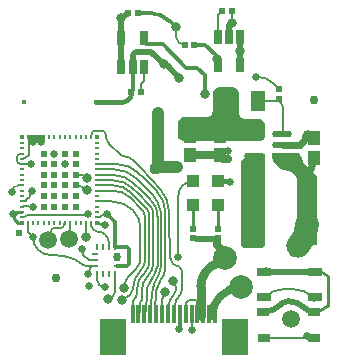
<source format=gtl>
G04*
G04 #@! TF.GenerationSoftware,Altium Limited,Altium Designer,23.1.1 (15)*
G04*
G04 Layer_Physical_Order=1*
G04 Layer_Color=255*
%FSLAX44Y44*%
%MOMM*%
G71*
G04*
G04 #@! TF.SameCoordinates,B54EA911-69F6-478F-8CB3-DEBD2400B795*
G04*
G04*
G04 #@! TF.FilePolarity,Positive*
G04*
G01*
G75*
%ADD10C,0.2000*%
%ADD11C,0.2500*%
%ADD13C,0.2540*%
%ADD14R,2.2400X3.1200*%
%ADD15R,0.3000X1.6000*%
%ADD16R,1.0121X1.1581*%
%ADD17R,0.6000X0.6000*%
%ADD18R,0.2500X0.3500*%
%ADD19R,0.7000X1.3000*%
%ADD20R,1.2000X0.6500*%
%ADD21R,1.0000X0.6500*%
%ADD22R,0.4300X0.4300*%
%ADD23R,0.3500X0.3500*%
%ADD24R,0.3500X0.2500*%
%ADD25R,0.3000X0.3000*%
%ADD26R,1.2500X1.8000*%
%ADD27R,1.7018X5.6896*%
G04:AMPARAMS|DCode=28|XSize=1.6571mm|YSize=0.5658mm|CornerRadius=0.2829mm|HoleSize=0mm|Usage=FLASHONLY|Rotation=180.000|XOffset=0mm|YOffset=0mm|HoleType=Round|Shape=RoundedRectangle|*
%AMROUNDEDRECTD28*
21,1,1.6571,0.0000,0,0,180.0*
21,1,1.0913,0.5658,0,0,180.0*
1,1,0.5658,-0.5457,0.0000*
1,1,0.5658,0.5457,0.0000*
1,1,0.5658,0.5457,0.0000*
1,1,0.5658,-0.5457,0.0000*
%
%ADD28ROUNDEDRECTD28*%
%ADD29R,1.6571X0.5658*%
%ADD30R,0.5725X0.6153*%
%ADD31R,0.2540X0.5750*%
%ADD32R,0.5750X0.2540*%
%ADD33R,0.5200X0.5200*%
%ADD34R,1.1000X1.1000*%
%ADD35R,0.5000X0.5500*%
%ADD42C,0.6604*%
%ADD43C,0.1700*%
%ADD44C,0.1520*%
%ADD45C,0.7000*%
%ADD46C,0.5000*%
%ADD47C,0.2032*%
%ADD48C,0.1778*%
%ADD49C,0.3000*%
%ADD50C,0.7500*%
%ADD51C,0.4000*%
%ADD52C,1.0000*%
%ADD53C,2.0000*%
%ADD54C,0.2000*%
%ADD55C,0.5080*%
%ADD56C,0.6000*%
%ADD57C,0.7620*%
%ADD58C,2.0000*%
%ADD59C,1.5000*%
%ADD60C,0.8000*%
%ADD61C,0.6096*%
%ADD62C,1.0000*%
G36*
X1008469Y907260D02*
Y901580D01*
X1022574D01*
Y907383D01*
X1008469Y907260D01*
D02*
G37*
G36*
X1142125Y902462D02*
X1141186D01*
X1139343Y902829D01*
X1137607Y903548D01*
X1136044Y904592D01*
X1135380Y905256D01*
X1135380Y905256D01*
Y917702D01*
Y918712D01*
X1136153Y920580D01*
X1137582Y922009D01*
X1139449Y922782D01*
X1140460D01*
D01*
X1159002D01*
X1160241Y922904D01*
X1162530Y923852D01*
X1164282Y925604D01*
X1165230Y927893D01*
X1165352Y929132D01*
D01*
Y942340D01*
Y943552D01*
X1166280Y945793D01*
X1167995Y947508D01*
X1170235Y948436D01*
X1171448D01*
D01*
X1181100D01*
X1182363D01*
X1184697Y947469D01*
X1186483Y945683D01*
X1187450Y943349D01*
Y942086D01*
D01*
Y925576D01*
X1187538Y924684D01*
X1188221Y923036D01*
X1189482Y921775D01*
X1191130Y921092D01*
X1192022Y921004D01*
D01*
X1204214D01*
X1205174D01*
X1206948Y920269D01*
X1208305Y918912D01*
X1209040Y917138D01*
Y916178D01*
D01*
Y906780D01*
Y905921D01*
X1208383Y904334D01*
X1207168Y903119D01*
X1205581Y902462D01*
X1204722D01*
D01*
D01*
X1142125D01*
D02*
G37*
G36*
X1209040Y891540D02*
Y814070D01*
X1206500Y811530D01*
X1191260D01*
X1188720Y814070D01*
Y885190D01*
X1195070Y891540D01*
X1209040D01*
D02*
G37*
G36*
X1215994Y892611D02*
Y887361D01*
X1215994Y886748D01*
X1216233Y885547D01*
X1216701Y884415D01*
X1217382Y883397D01*
X1217815Y882964D01*
X1217815Y882964D01*
X1220656Y880123D01*
X1221263Y879516D01*
X1222691Y878562D01*
X1224277Y877905D01*
X1225961Y877570D01*
X1226820D01*
X1226820D01*
X1227038Y877570D01*
X1227888Y877528D01*
X1229555Y877197D01*
X1231126Y876546D01*
X1232539Y875601D01*
X1233170Y875030D01*
X1233170Y875030D01*
X1234283Y873916D01*
X1234752Y873399D01*
X1235527Y872240D01*
X1236060Y870952D01*
X1236332Y869585D01*
X1236366Y868888D01*
X1236366Y868888D01*
X1236659Y868595D01*
X1236941Y868313D01*
X1237604Y867870D01*
X1238340Y867566D01*
X1239121Y867410D01*
X1239520D01*
X1239520D01*
X1251281D01*
X1251504D01*
X1251942Y867497D01*
X1252354Y867668D01*
X1252726Y867916D01*
X1252884Y868074D01*
X1252884Y868074D01*
X1252884Y871329D01*
X1252884Y871749D01*
X1252720Y872573D01*
X1252398Y873350D01*
X1251931Y874049D01*
X1251634Y874346D01*
X1251634Y874346D01*
X1242275Y883704D01*
X1241911Y884106D01*
X1241310Y885006D01*
X1240895Y886007D01*
X1240684Y887069D01*
X1240658Y887610D01*
X1240658Y887610D01*
X1240505Y888363D01*
X1239923Y889782D01*
X1239083Y891067D01*
X1238017Y892169D01*
X1237389Y892610D01*
X1237389Y892611D01*
X1215994Y892611D01*
D02*
G37*
D10*
X1133659Y991202D02*
G03*
X1141290Y983570I7631J0D01*
G01*
X1216974Y950629D02*
G03*
X1201420Y957072I-15554J-15554D01*
G01*
X1008165Y853893D02*
G03*
X1007656Y853484I4025J-5533D01*
G01*
X1006809Y852495D02*
G03*
X1006680Y852372I1314J-1507D01*
G01*
X1005400Y851560D02*
G03*
X1006454Y852137I-388J1962D01*
G01*
X1004182Y851416D02*
G03*
X1005400Y851560I-375J8374D01*
G01*
X1066932Y784996D02*
G03*
X1073222Y778706I6290J0D01*
G01*
X999970Y864907D02*
G03*
X994811Y859748I0J-5159D01*
G01*
X1146892Y742868D02*
G03*
X1147318Y742442I426J0D01*
G01*
X1030472Y828887D02*
G03*
X1028961Y828185I10J-2000D01*
G01*
X1031917Y828887D02*
G03*
X1032480Y828951I0J2520D01*
G01*
X1043366Y819229D02*
G03*
X1044167Y820030I0J801D01*
G01*
X1028961Y828185D02*
G03*
X1025654Y819144I10706J-9041D01*
G01*
X1058207Y871254D02*
G03*
X1051801Y873907I-6406J-6406D01*
G01*
X1039101Y832404D02*
G03*
X1038937Y831612I1837J-792D01*
G01*
X1036417Y828887D02*
G03*
X1038937Y831407I0J2520D01*
G01*
X1033356Y828951D02*
G03*
X1033917Y828887I561J2457D01*
G01*
X1033356Y828951D02*
G03*
X1032480Y828951I-439J-1951D01*
G01*
X1224271Y931385D02*
G03*
X1222426Y935326I-5130J0D01*
G01*
X1147890Y868520D02*
G03*
X1135660Y856290I0J-12230D01*
G01*
X1057608Y861204D02*
G03*
X1048667Y864907I-8940J-8940D01*
G01*
X1008537Y839905D02*
G03*
X1007057Y839240I10J-2000D01*
G01*
X1005167Y838387D02*
G03*
X1007057Y839240I0J2520D01*
G01*
X999147Y885907D02*
G03*
X1001667Y883387I2520J0D01*
G01*
Y891427D02*
G03*
X999147Y888907I0J-2520D01*
G01*
X1007656Y853484D02*
G03*
X1007302Y853068I1331J-1492D01*
G01*
X1006809Y852495D02*
G03*
X1007302Y853068I-1641J1912D01*
G01*
X1074317Y840113D02*
X1075198Y840994D01*
X1071187Y840113D02*
X1074317D01*
X1069231Y838157D02*
X1071187Y840113D01*
X1067167Y838157D02*
X1069231D01*
X1066917Y837907D02*
X1067167Y838157D01*
X1066932Y784996D02*
Y789912D01*
X1207814Y736119D02*
X1250814D01*
X1008165Y853893D02*
X1008269Y853997D01*
X1008165Y853893D02*
X1008165Y853893D01*
X1006454Y852137D02*
X1006680Y852372D01*
X1008269Y853997D02*
X1008928Y854656D01*
X1004167Y851416D02*
X1004182D01*
X999970Y864907D02*
X1003417D01*
X1146892Y742868D02*
Y756476D01*
X1025654Y818942D02*
Y819144D01*
X1030472Y828887D02*
X1031917D01*
X1044167Y820030D02*
Y833157D01*
X1216975Y950629D02*
X1221232Y946372D01*
X1145000Y767647D02*
X1150721D01*
X1142392Y756976D02*
Y765040D01*
X1145000Y767647D01*
X1151892Y756476D02*
Y766476D01*
X1150721Y767647D02*
X1151892Y766476D01*
X1141892Y756476D02*
X1142392Y756976D01*
X1048667Y873907D02*
X1051801D01*
X1038937Y831407D02*
Y831612D01*
X1039101Y832404D02*
X1039417Y832407D01*
X1033917Y828887D02*
X1036417D01*
X1039417Y832407D02*
X1039667Y833157D01*
X1135660Y856290D02*
X1135671Y803961D01*
X1133659Y991202D02*
Y998631D01*
X1224271Y908723D02*
Y931385D01*
X1219141Y936516D02*
X1222426Y935724D01*
X1199293Y936516D02*
X1219141D01*
X1222426Y935326D02*
Y935724D01*
X1103796Y943959D02*
Y950668D01*
X1106521Y953393D01*
Y965602D01*
X1008167Y905157D02*
X1009257Y904067D01*
Y890933D02*
Y904067D01*
X1006211Y887887D02*
X1009257Y890933D01*
X1008167Y905157D02*
Y905657D01*
X1057608Y861204D02*
X1058098Y860714D01*
X1008928Y854656D02*
X1011909Y860413D01*
X1004167Y838387D02*
X1005167D01*
X1008537Y839905D02*
X1059027D01*
X1003417Y837907D02*
X1004167Y838387D01*
X1003897Y887887D02*
X1006211D01*
X1003417Y887407D02*
X1003897Y887887D01*
X1003636Y883126D02*
X1011126D01*
X1003417Y882907D02*
X1003636Y883126D01*
X1011126D02*
X1011345Y883345D01*
X999147Y885907D02*
Y888907D01*
X1001667Y883387D02*
X1002667D01*
X1001667Y891427D02*
X1002667D01*
Y883387D02*
X1003417Y882907D01*
X1002667Y891427D02*
X1003417Y891907D01*
X1003807Y851407D02*
X1004167Y851416D01*
X1003417Y851407D02*
X1003807D01*
D11*
X995934Y840740D02*
X996719Y839955D01*
X997045Y840740D02*
X998712Y842407D01*
X1003117Y833458D02*
X1003417Y833157D01*
X996719Y836653D02*
Y839955D01*
Y836653D02*
X999914Y833458D01*
X1003117D01*
X995934Y840740D02*
X997045D01*
X998712Y842407D02*
X1003417D01*
X1245870Y906780D02*
X1246221D01*
X1147890Y848520D02*
X1148080Y848330D01*
Y827980D02*
Y848330D01*
X1169532Y848520D02*
X1169670Y848382D01*
Y827980D02*
Y848382D01*
D13*
X1066917Y833157D02*
G03*
X1070686Y831596I3769J3769D01*
G01*
X1262126Y788108D02*
G03*
X1253099Y791847I-9027J-9027D01*
G01*
X1250516Y757917D02*
G03*
X1262126Y762726I-0J16419D01*
G01*
X1070686Y831596D02*
X1073658D01*
X1262126Y762726D02*
Y788108D01*
Y762726D02*
Y762726D01*
X1253099Y791847D02*
X1253099D01*
X1251133D02*
X1253099D01*
D14*
X1080422Y736676D02*
D03*
X1183362D02*
D03*
D15*
X1096892Y756476D02*
D03*
X1101892D02*
D03*
X1106892D02*
D03*
X1111892D02*
D03*
X1116892D02*
D03*
X1121892D02*
D03*
X1126892D02*
D03*
X1131892D02*
D03*
X1136892D02*
D03*
X1141892D02*
D03*
X1146892D02*
D03*
X1151892D02*
D03*
X1156892D02*
D03*
X1161892D02*
D03*
X1166892D02*
D03*
D16*
X1250442Y905042D02*
D03*
Y888503D02*
D03*
X1171364Y890514D02*
D03*
Y907054D02*
D03*
X1145540Y890514D02*
D03*
Y907054D02*
D03*
D17*
X1030667Y891907D02*
D03*
X1021667Y882907D02*
D03*
X1030667D02*
D03*
X1039667Y891907D02*
D03*
Y882907D02*
D03*
Y873907D02*
D03*
Y864907D02*
D03*
Y855907D02*
D03*
X1030667D02*
D03*
Y864907D02*
D03*
Y873907D02*
D03*
X1039667Y846907D02*
D03*
X1030667D02*
D03*
X1048667Y891907D02*
D03*
Y882907D02*
D03*
Y873907D02*
D03*
Y864907D02*
D03*
Y855907D02*
D03*
Y846907D02*
D03*
X1021667D02*
D03*
Y855907D02*
D03*
Y864907D02*
D03*
Y873907D02*
D03*
Y891907D02*
D03*
D18*
X1057667Y833157D02*
D03*
X1062167D02*
D03*
X1026167D02*
D03*
X1008167Y905657D02*
D03*
X1012667D02*
D03*
X1017167D02*
D03*
X1021667D02*
D03*
X1026167D02*
D03*
X1030667D02*
D03*
X1035167D02*
D03*
X1039667D02*
D03*
X1044167D02*
D03*
X1048667D02*
D03*
X1053167D02*
D03*
X1057667D02*
D03*
X1062167D02*
D03*
X1053167Y833157D02*
D03*
X1048667D02*
D03*
X1044167D02*
D03*
X1039667D02*
D03*
X1035167D02*
D03*
X1030667D02*
D03*
X1021667D02*
D03*
X1017167D02*
D03*
X1012667D02*
D03*
X1008167D02*
D03*
D19*
X1178735Y990754D02*
D03*
X1169235D02*
D03*
Y966754D02*
D03*
X1188235D02*
D03*
Y990754D02*
D03*
X1087521Y965602D02*
D03*
X1097021D02*
D03*
X1106521D02*
D03*
Y989602D02*
D03*
X1087521D02*
D03*
D20*
X1208133Y791847D02*
D03*
X1251133Y791847D02*
D03*
X1208431Y770049D02*
D03*
X1251431D02*
D03*
D21*
X1250814Y736119D02*
D03*
X1207814D02*
D03*
X1250516Y757917D02*
D03*
X1207516D02*
D03*
D22*
X1065667Y935257D02*
D03*
X1004667D02*
D03*
D23*
X1066917Y833157D02*
D03*
X1003417D02*
D03*
X1066917Y905657D02*
D03*
D24*
Y900907D02*
D03*
Y896407D02*
D03*
Y891907D02*
D03*
Y887407D02*
D03*
Y882907D02*
D03*
Y878407D02*
D03*
Y873907D02*
D03*
Y869407D02*
D03*
Y864907D02*
D03*
Y860407D02*
D03*
Y855907D02*
D03*
Y851407D02*
D03*
Y846907D02*
D03*
Y842407D02*
D03*
Y837907D02*
D03*
X1003417D02*
D03*
Y842407D02*
D03*
Y846907D02*
D03*
Y851407D02*
D03*
Y855907D02*
D03*
Y860407D02*
D03*
Y864907D02*
D03*
Y869407D02*
D03*
Y873907D02*
D03*
Y878407D02*
D03*
Y882907D02*
D03*
Y887407D02*
D03*
Y891907D02*
D03*
Y896407D02*
D03*
Y900907D02*
D03*
D25*
Y905657D02*
D03*
D26*
X1203181Y936520D02*
D03*
X1172681D02*
D03*
D27*
X1199641Y842364D02*
D03*
X1244641D02*
D03*
D28*
X1200053Y889730D02*
D03*
Y908730D02*
D03*
X1223564D02*
D03*
Y899230D02*
D03*
D29*
Y889730D02*
D03*
D30*
X1221232Y946372D02*
D03*
Y937800D02*
D03*
D31*
X1066932Y789912D02*
D03*
X1071932Y789912D02*
D03*
X1076932Y789912D02*
D03*
X1081932Y789912D02*
D03*
X1081932Y813162D02*
D03*
X1076932Y813163D02*
D03*
X1071932Y813162D02*
D03*
X1066932Y813162D02*
D03*
D32*
X1083557Y796537D02*
D03*
Y801537D02*
D03*
X1083557Y806537D02*
D03*
X1065307Y806537D02*
D03*
Y801537D02*
D03*
X1065307Y796537D02*
D03*
D33*
X1095796Y943959D02*
D03*
X1103796D02*
D03*
X1141290Y983570D02*
D03*
X1149290D02*
D03*
X1101280Y1011244D02*
D03*
X1093280D02*
D03*
X1180782Y1012397D02*
D03*
X1172782D02*
D03*
D34*
X1147890Y868520D02*
D03*
Y848520D02*
D03*
X1169532Y868520D02*
D03*
Y848520D02*
D03*
D35*
X1148080Y820480D02*
D03*
Y827980D02*
D03*
X1169670Y820480D02*
D03*
Y827980D02*
D03*
D42*
X1073658Y831596D02*
D03*
X1075198Y840994D02*
D03*
X1251133Y791847D02*
D03*
X1058926Y789686D02*
D03*
X1210310Y792480D02*
D03*
X1250188Y769874D02*
D03*
X1244751Y737513D02*
D03*
X1060264Y780112D02*
D03*
X1073222Y778706D02*
D03*
X1147318Y742442D02*
D03*
X1247648Y878840D02*
D03*
X1083778Y804347D02*
D03*
X1054246Y811506D02*
D03*
X1012262Y846748D02*
D03*
X1012533Y821362D02*
D03*
X995934Y840740D02*
D03*
X1201420Y957072D02*
D03*
X1030667Y891907D02*
D03*
X1135671Y803961D02*
D03*
X1177795Y887453D02*
D03*
X1136650Y742950D02*
D03*
X1179115Y867996D02*
D03*
X1011909Y860413D02*
D03*
X1233170Y807720D02*
D03*
X1243330Y821690D02*
D03*
X994811Y859748D02*
D03*
X1158218Y914515D02*
D03*
X1169943Y914635D02*
D03*
X1185856Y914994D02*
D03*
X1177870Y893898D02*
D03*
X1059040Y840837D02*
D03*
X1039740Y883022D02*
D03*
X1012270Y901791D02*
D03*
X1019310Y901577D02*
D03*
X1011345Y883345D02*
D03*
D43*
X1103780Y879957D02*
G03*
X1103734Y880006I-1261J-1140D01*
G01*
X1097570Y886170D02*
G03*
X1088898Y889762I-8672J-8672D01*
G01*
X1061338Y795509D02*
G03*
X1058926Y789686I5823J-5823D01*
G01*
X1103630Y828817D02*
G03*
X1097354Y843968I-21427J0D01*
G01*
D02*
G03*
X1079394Y851407I-17960J-17960D01*
G01*
X1094650Y789354D02*
G03*
X1089899Y777884I11470J-11470D01*
G01*
X1100477Y795181D02*
G03*
X1103630Y802794I-7613J7613D01*
G01*
X1094745Y854705D02*
G03*
X1094740Y854710I-14109J-14099D01*
G01*
X1094890Y772386D02*
G03*
X1097323Y777362I-4938J5498D01*
G01*
X1094919Y854528D02*
G03*
X1094745Y854705I-14283J-13922D01*
G01*
X1094740Y854710D02*
G03*
X1080986Y860407I-13754J-13754D01*
G01*
X1096010Y858520D02*
G03*
X1080590Y864907I-15420J-15420D01*
G01*
X1127717Y843026D02*
G03*
X1127718Y842959I1700J0D01*
G01*
X1127946Y837154D02*
G03*
X1127936Y837451I-35238J-1093D01*
G01*
X1127717Y843026D02*
G03*
X1120697Y861254I-27174J0D01*
G01*
X1128982Y803754D02*
G03*
X1130149Y800181I6689J207D01*
G01*
X1129506Y769010D02*
G03*
X1131044Y771017I-5009J5433D01*
G01*
X1113905Y777820D02*
G03*
X1113896Y777730I15346J-1563D01*
G01*
X1131316Y771392D02*
G03*
X1131044Y771017I1229J-1174D01*
G01*
X1117099Y775126D02*
G03*
X1117085Y774939I7359J-680D01*
G01*
X1129506Y769010D02*
G03*
X1129213Y768649I1159J-1243D01*
G01*
X1131570Y771652D02*
G03*
X1131316Y771392I11293J-11293D01*
G01*
X1129213Y768649D02*
G03*
X1127234Y763647I13650J-8290D01*
G01*
X1131570Y771652D02*
G03*
X1133856Y777171I-5519J5519D01*
G01*
X1121998Y767769D02*
G03*
X1121892Y767178I1594J-591D01*
G01*
X1131437Y798299D02*
G03*
X1132840Y797560I1403J961D01*
G01*
X1105996Y865043D02*
G03*
X1105993Y865047I-1207J-1197D01*
G01*
X1131962Y761409D02*
G03*
X1131892Y760929I1631J-480D01*
G01*
X1133972Y767830D02*
G03*
X1133689Y767273I1348J-1036D01*
G01*
X1134867Y768853D02*
G03*
X1133972Y767830I7246J-7235D01*
G01*
X1133856Y778002D02*
G03*
X1131521Y783639I-7972J0D01*
G01*
X1134867Y768853D02*
G03*
X1139190Y779283I-10419J10430D01*
G01*
X1116076Y758447D02*
G03*
X1116892Y756476I2787J0D01*
G01*
X1017150Y810207D02*
G03*
X1027438Y805942I10288J10274D01*
G01*
X1048272Y802289D02*
G03*
X1029898Y805942I-18364J-44336D01*
G01*
X1052735Y799305D02*
G03*
X1048272Y802289I-9719J-9706D01*
G01*
X1012533Y821362D02*
G03*
X1017150Y810207I15785J-0D01*
G01*
X1052735Y799305D02*
G03*
X1059426Y796537I6690J6704D01*
G01*
X1005761Y847525D02*
G03*
X1005560Y847537I-202J-1688D01*
G01*
X1062167Y830895D02*
G03*
X1067308Y825754I5141J0D01*
G01*
X1139190Y790035D02*
G03*
X1136742Y795944I-8357J0D01*
G01*
D02*
G03*
X1132840Y797560I-3902J-3902D01*
G01*
X1076932Y816130D02*
G03*
X1067308Y825754I-9624J0D01*
G01*
X1097642Y861968D02*
G03*
X1079682Y869407I-17960J-17960D01*
G01*
X1098222Y866468D02*
G03*
X1080262Y873907I-17960J-17960D01*
G01*
X1100072Y870968D02*
G03*
X1082112Y878407I-17960J-17960D01*
G01*
X1101922Y875468D02*
G03*
X1083962Y882907I-17960J-17960D01*
G01*
X1103729Y880011D02*
X1103734Y880006D01*
X1097570Y886170D02*
X1103729Y880011D01*
X1061338Y795509D02*
X1062366Y796537D01*
X1029898Y805942D02*
Y805942D01*
X1062366Y796537D02*
X1065307D01*
X1059426D02*
X1062366D01*
X1103630Y802794D02*
Y828817D01*
X1066917Y851407D02*
X1079394D01*
X1094650Y789354D02*
X1100477Y795181D01*
X1096892Y756476D02*
Y763681D01*
X1087628Y767588D02*
X1092651Y770374D01*
X1094890Y772386D01*
X1097642Y861968D02*
X1101271Y858339D01*
X1106976Y757392D02*
X1107536Y763553D01*
X1127718Y842959D02*
X1127936Y837451D01*
X1127946Y837154D02*
X1128982Y803754D01*
X1103780Y879957D02*
X1120697Y861254D01*
X1098222Y866468D02*
X1103811Y860880D01*
X1116076Y758447D02*
X1116076Y759786D01*
X1126892Y760359D02*
X1127234Y763626D01*
X1113541Y774030D02*
X1113881Y777572D01*
X1116076Y759786D02*
X1117084Y774939D01*
X1113881Y777572D02*
X1113896Y777730D01*
X1111892Y756476D02*
X1112542Y763620D01*
X1127234Y763626D02*
Y763647D01*
X1131316Y771392D02*
X1131316D01*
X1112542Y763620D02*
X1113541Y774030D01*
X1121998Y767769D02*
X1124497Y774443D01*
X1121892Y756476D02*
Y767178D01*
X1130149Y800181D02*
X1131437Y798299D01*
X1100072Y870968D02*
X1105991Y865049D01*
X1105993Y865047D01*
X1101922Y875468D02*
X1106269Y871121D01*
X1131962Y761409D02*
X1133689Y767273D01*
X1131892Y756476D02*
Y760929D01*
X1139190Y779283D02*
Y790035D01*
X1130808Y784352D02*
X1131521Y783639D01*
X1133856Y777171D02*
Y778002D01*
X1106269Y871121D02*
X1106271Y871119D01*
X1057535Y821569D02*
Y833025D01*
X1057402Y821436D02*
X1057535Y821569D01*
X1055184Y806236D02*
Y810568D01*
X1059882Y801537D02*
X1065307D01*
X1055184Y806236D02*
X1059882Y801537D01*
X1027447Y805942D02*
X1029898D01*
X1027438Y805942D02*
X1027447Y805942D01*
X1054246Y811506D02*
X1055184Y810568D01*
X1008167Y825728D02*
X1012533Y821362D01*
X1005761Y847525D02*
X1012262Y846748D01*
X1004047Y847537D02*
X1005559D01*
X1003417Y846907D02*
X1004047Y847537D01*
X1005559D02*
X1005560Y847537D01*
X1057535Y833025D02*
X1057667Y833157D01*
X1008167Y825728D02*
Y833157D01*
X1126892Y756476D02*
Y760359D01*
X1076932Y813163D02*
Y816130D01*
X1062167Y830895D02*
Y833157D01*
X1180782Y1002599D02*
Y1012397D01*
X1178735Y990754D02*
X1180782Y992801D01*
X1169235Y1008849D02*
X1172782Y1012397D01*
X1169235Y990754D02*
Y1008849D01*
X1066917Y860407D02*
X1080986D01*
X1066917Y864907D02*
X1080590D01*
X1096010Y858520D02*
X1097460Y857069D01*
X1066917Y869407D02*
X1079682D01*
X1066917Y873907D02*
X1080262D01*
X1066917Y878407D02*
X1082112D01*
X1066917Y882907D02*
X1083962D01*
D44*
X1086730Y890660D02*
G03*
X1088898Y889762I2168J2168D01*
G01*
X1074166Y907796D02*
G03*
X1077399Y899991I11038J0D01*
G01*
X1074166Y907796D02*
G03*
X1070610Y911352I-3556J0D01*
G01*
X1065084D02*
G03*
X1063244Y910590I0J-2602D01*
G01*
D02*
G03*
X1062167Y907990I2600J-2600D01*
G01*
X1077399Y899991D02*
X1086730Y890660D01*
X1065084Y911352D02*
X1070610D01*
X1062167Y905657D02*
Y907990D01*
D45*
X1188720Y778510D02*
G03*
X1164168Y753958I0J-24552D01*
G01*
X1186233Y776023D02*
X1188720Y778510D01*
X1171364Y889784D02*
X1173694Y887453D01*
X1177795D01*
X1171364Y889784D02*
Y890514D01*
X1145540D02*
X1171364D01*
X1145540D02*
Y890514D01*
X1168400Y814431D02*
X1175474Y807356D01*
X1168400Y814431D02*
Y819150D01*
X1175474Y803838D02*
Y807356D01*
D46*
X1228394Y767080D02*
G03*
X1223539Y765069I0J-6866D01*
G01*
X1242618Y761188D02*
G03*
X1250516Y757917I7898J7898D01*
G01*
X1207516D02*
G03*
X1222659Y764189I0J21416D01*
G01*
X1242618Y761188D02*
G03*
X1228394Y767080I-14224J-14224D01*
G01*
X1247648Y878840D02*
G03*
X1250442Y885585I-6745J6745D01*
G01*
X1180782Y1002599D02*
G03*
X1178735Y1000552I0J-2047D01*
G01*
X1168793Y915785D02*
G03*
X1169943Y914635I1150J0D01*
G01*
X1100836Y978154D02*
G03*
X1097026Y974344I0J-3810D01*
G01*
X1126223Y966483D02*
G03*
X1126222Y966484I-3035J-3035D01*
G01*
D02*
G03*
X1123188Y967740I-3034J-3036D01*
G01*
X1126223Y966483D02*
X1136650Y956056D01*
X1126222Y966484D02*
X1126223Y966483D01*
X1222659Y764189D02*
X1223539Y765069D01*
X1250442Y885585D02*
Y888503D01*
X1178735Y990754D02*
Y1000552D01*
X1168793Y915785D02*
Y936516D01*
X1097026Y965602D02*
Y974344D01*
X1100836Y978154D02*
X1112774D01*
X1123188Y967740D01*
X1097021Y965602D02*
X1097026D01*
X1087521Y989602D02*
Y1005485D01*
X1093280Y1011244D01*
X1188235Y966754D02*
Y990754D01*
X1087521Y965602D02*
Y989602D01*
X1150620Y819150D02*
X1168400D01*
D47*
X1225791Y777240D02*
G03*
X1208431Y770049I0J-24551D01*
G01*
X1075758Y768717D02*
G03*
X1081932Y774891I0J6175D01*
G01*
X1250188Y769874D02*
G03*
X1232405Y777240I-17783J-17783D01*
G01*
X1081932Y774891D02*
Y789912D01*
X1225791Y777240D02*
X1232405D01*
D48*
X1114552Y840232D02*
G03*
X1111140Y848471I-11651J0D01*
G01*
X1111250Y838454D02*
G03*
X1107838Y846693I-11651J0D01*
G01*
X1103912Y793270D02*
G03*
X1097323Y777362I15908J-15908D01*
G01*
X1107440Y837692D02*
G03*
X1104387Y845063I-10425J0D01*
G01*
X1105400Y789171D02*
G03*
X1101090Y778764I10407J-10407D01*
G01*
X1110234Y788670D02*
G03*
X1104646Y775179I13491J-13491D01*
G01*
X1110234Y788670D02*
G03*
X1114552Y799095I-10425J10425D01*
G01*
X1105154Y794512D02*
G03*
X1107440Y800031I-5519J5519D01*
G01*
X1109399Y777652D02*
G03*
X1109218Y776870I1597J-782D01*
G01*
X1107186Y790956D02*
G03*
X1111250Y800767I-9811J9811D01*
G01*
X1116013Y791163D02*
G03*
X1117380Y795001I-16203J7932D01*
G01*
X1117826Y841079D02*
G03*
X1114111Y850122I-14925J-847D01*
G01*
X1096892Y756476D02*
G03*
X1097280Y757412I-936J936D01*
G01*
Y766826D02*
G03*
X1101090Y776024I-9198J9198D01*
G01*
X1103948Y766404D02*
G03*
X1102983Y764476I1445J-1928D01*
G01*
X1103948Y766404D02*
G03*
X1104646Y767807I-1080J1413D01*
G01*
X1118062Y797929D02*
G03*
X1118108Y798333I-1732J404D01*
G01*
X1102878Y757512D02*
G03*
X1102983Y758106I-1672J604D01*
G01*
X1121120Y841248D02*
G03*
X1118401Y849860I-18219J-1016D01*
G01*
X1119518Y790298D02*
G03*
X1121406Y798333I-16153J8035D01*
G01*
X1114938Y781089D02*
G03*
X1114877Y780956I1587J-803D01*
G01*
D02*
G03*
X1114821Y780799I1648J-669D01*
G01*
X1121406Y836061D02*
G03*
X1121398Y836349I-5076J0D01*
G01*
X1110735Y853950D02*
G03*
X1110660Y854030I-1334J-1176D01*
G01*
X1118108Y836061D02*
G03*
X1118105Y836162I-1778J0D01*
G01*
X1113950Y857024D02*
G03*
X1113711Y857329I-1510J-938D01*
G01*
X1124458Y843026D02*
G03*
X1124462Y842838I4959J0D01*
G01*
X1124704Y836061D02*
G03*
X1124679Y837313I-31996J0D01*
G01*
X1124458Y843026D02*
G03*
X1117453Y859937I-23915J0D01*
G01*
X1124679Y837313D02*
G03*
X1124679Y837322I-31971J-1252D01*
G01*
X1107512Y757173D02*
G03*
X1107634Y757332I-6234J4918D01*
G01*
D02*
G03*
X1107983Y758381I-1429J1058D01*
G01*
X1108699Y766190D02*
G03*
X1107983Y764476I1693J-1714D01*
G01*
X1108699Y766190D02*
G03*
X1109218Y767435I-1259J1255D01*
G01*
X1117219Y776937D02*
G03*
X1117084Y776257I1643J-680D01*
G01*
X1120650Y784862D02*
G03*
X1120255Y784272I1250J-1264D01*
G01*
X1113937Y777818D02*
G03*
X1113897Y777654I1706J-503D01*
G01*
X1120650Y784862D02*
G03*
X1124458Y794058I-9200J9196D01*
G01*
X1124650Y796815D02*
G03*
X1124704Y798333I-21285J1517D01*
G01*
X1124463Y794185D02*
G03*
X1124458Y794058I1774J-126D01*
G01*
X1111250Y800767D02*
Y838454D01*
X1107440Y800031D02*
Y837692D01*
X1102878Y757512D02*
X1102878D01*
X1097460Y857069D02*
X1107838Y846693D01*
X1114552Y799095D02*
Y840232D01*
X1094745Y854705D02*
X1104387Y845063D01*
X1097280Y757412D02*
Y766826D01*
X1101271Y858339D02*
X1111140Y848471D01*
X1094740Y854710D02*
X1094745Y854705D01*
X1103912Y793270D02*
X1105154Y794512D01*
X1101090Y776024D02*
Y778764D01*
X1105400Y789171D02*
X1107186Y790956D01*
X1109399Y777652D02*
X1116013Y791163D01*
X1110735Y853950D02*
X1114111Y850122D01*
X1117380Y795001D02*
X1118062Y797929D01*
X1104646Y767807D02*
Y767807D01*
Y775179D01*
X1102503Y757512D02*
X1102878D01*
X1102983Y758106D02*
Y764476D01*
Y758106D02*
Y758106D01*
X1101892Y756476D02*
X1102503Y757512D01*
X1121120Y841248D02*
X1121398Y836349D01*
X1114938Y781089D02*
X1119518Y790298D01*
X1113950Y857024D02*
X1118401Y849860D01*
X1113711Y857329D02*
X1113711Y857329D01*
X1117826Y841079D02*
X1118105Y836162D01*
X1107983Y763684D02*
Y764476D01*
Y763554D02*
Y763684D01*
Y763553D02*
Y763554D01*
Y758381D02*
Y763553D01*
X1103811Y860880D02*
X1110659Y854031D01*
X1110660Y854030D01*
X1124462Y842838D02*
X1124679Y837322D01*
X1106269Y871121D02*
X1117453Y859937D01*
X1124704Y798333D02*
Y836061D01*
X1118108Y798333D02*
Y836061D01*
X1121406Y798333D02*
Y836061D01*
X1107503Y757173D02*
X1107512D01*
X1107983Y758381D02*
Y758381D01*
X1109218Y767436D02*
Y776870D01*
Y767435D02*
Y767436D01*
X1106892Y756476D02*
X1107503Y757173D01*
X1113942Y777835D02*
X1114821Y780799D01*
X1117219Y776937D02*
X1120255Y784272D01*
X1113937Y777818D02*
X1113942Y777835D01*
X1113881Y777572D02*
X1113897Y777654D01*
X1117084Y774939D02*
Y775126D01*
Y776257D01*
X1124463Y794185D02*
X1124650Y796815D01*
X1105991Y865049D02*
X1113705Y857335D01*
X1113711Y857329D01*
D49*
X1083557Y796537D02*
G03*
X1083805Y796290I247J0D01*
G01*
X1136650Y742950D02*
G03*
X1136892Y743192I0J242D01*
G01*
X1096200Y943416D02*
G03*
X1097021Y945397I-1981J1981D01*
G01*
X1128484Y1003805D02*
G03*
X1110524Y1011244I-17960J-17960D01*
G01*
X1075198Y840994D02*
X1081932Y834260D01*
Y813162D02*
Y834260D01*
Y813162D02*
X1091967D01*
X1093724Y811405D01*
X1083805Y796290D02*
X1091967D01*
X1093724Y798047D01*
Y811405D01*
X1136892Y743192D02*
Y756476D01*
X1158282Y942262D02*
Y958046D01*
X1151890Y964438D02*
X1158282Y958046D01*
X1128484Y1003805D02*
X1133659Y998631D01*
X1167235Y968754D02*
Y975041D01*
X1097021Y945397D02*
Y965602D01*
X1101280Y1011244D02*
X1110524D01*
X1108521Y984602D02*
X1122328D01*
X1142492Y964438D01*
X1151890D01*
X1157408Y983637D02*
X1158639D01*
X1167235Y975041D01*
Y968754D02*
X1169235Y966754D01*
X1106521Y986602D02*
X1108521Y984602D01*
X1106521Y986602D02*
Y989602D01*
X1149324Y983604D02*
X1157375D01*
X1149290Y983570D02*
X1149324Y983604D01*
X1157375D02*
X1157408Y983637D01*
X1245870Y906780D02*
X1246396Y907306D01*
D50*
X1170415Y799483D02*
G03*
X1175474Y803838I-1852J7268D01*
G01*
X1170415Y799483D02*
G03*
X1154684Y779318I5059J-20165D01*
G01*
X1154430Y754380D02*
G03*
X1154684Y754634I0J254D01*
G01*
Y779318D01*
D51*
X1088042Y935257D02*
G03*
X1096200Y943416I0J8158D01*
G01*
X1242432Y903342D02*
Y906780D01*
X1169532Y868520D02*
X1169794Y868258D01*
X1178853D01*
X1179115Y867996D01*
X1065667Y935257D02*
X1088042D01*
D52*
X1117660Y880407D02*
G03*
X1116515Y879261I0J-1145D01*
G01*
X1118536Y880407D02*
G03*
X1118870Y881616I-2021J1210D01*
G01*
X1116515Y879261D02*
G03*
X1118536Y880407I0J2355D01*
G01*
X1117660D02*
X1118536D01*
X1134505D01*
X1118870Y881616D02*
Y925830D01*
D53*
X1237202Y813850D02*
G03*
X1244641Y831811I-17960J17960D01*
G01*
D54*
X1008269Y853997D02*
D03*
D55*
X1208133Y791847D02*
X1251133D01*
X1251133Y791847D01*
D56*
X1224271Y899223D02*
X1238313D01*
X1242432Y903342D01*
D57*
X1032510Y786130D02*
D03*
X1250950Y937514D02*
D03*
D58*
X1175474Y803838D02*
D03*
X1188720Y778510D02*
D03*
D59*
X1230884Y751840D02*
D03*
X1025654Y818942D02*
D03*
X1043366Y819229D02*
D03*
D60*
X1089899Y777884D02*
D03*
X1087628Y767588D02*
D03*
X1124497Y774443D02*
D03*
X1130808Y784352D02*
D03*
X1057402Y821436D02*
D03*
X1075758Y768717D02*
D03*
X1058207Y871254D02*
D03*
X1158282Y942262D02*
D03*
X1168654Y972058D02*
D03*
X1188235Y978754D02*
D03*
X1180782Y1002599D02*
D03*
X1136650Y956056D02*
D03*
X1123188Y967740D02*
D03*
X1087281Y1006292D02*
D03*
X1133659Y998631D02*
D03*
X1118870Y925830D02*
D03*
X1058098Y860714D02*
D03*
X1134505Y880407D02*
D03*
X1116515Y879261D02*
D03*
D61*
X1001184Y824655D02*
D03*
D62*
X1245870Y906780D02*
D03*
M02*

</source>
